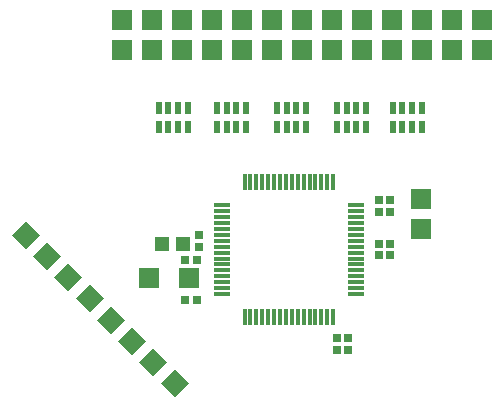
<source format=gts>
G04 EasyPC Gerber Version 20.0.2 Build 4112 *
G04 #@! TF.Part,Single*
G04 #@! TF.FileFunction,Soldermask,Top *
%FSLAX24Y24*%
%MOIN*%
G04 #@! TA.AperFunction,SMDPad*
%ADD115R,0.01781X0.05324*%
%ADD116R,0.05324X0.01781*%
%ADD119R,0.02200X0.04100*%
%ADD77R,0.03000X0.03000*%
%ADD76R,0.03000X0.03000*%
%ADD118R,0.04540X0.04930*%
G04 #@! TA.AperFunction,ComponentPad*
%ADD90R,0.06600X0.06600*%
G04 #@! TA.AperFunction,SMDPad*
%ADD117R,0.06900X0.06900*%
G04 #@! TA.AperFunction,ComponentPad*
%AMT120*0 Rectangle Pad at angle 45*21,1,0.06600,0.06600,0,0,45*%
%ADD120T120*%
X0Y0D02*
D02*
D76*
X8305Y3881D03*
Y5221D03*
X8695Y3881D03*
Y5221D03*
X13355Y2201D03*
Y2601D03*
X13745Y2201D03*
Y2601D03*
D02*
D77*
X8775Y5651D03*
Y6041D03*
X14755Y6811D03*
Y7201D03*
X14775Y5361D03*
Y5751D03*
X15125Y6821D03*
Y7211D03*
X15135Y5361D03*
Y5751D03*
D02*
D90*
X6215Y12211D03*
Y13211D03*
X7215Y12211D03*
Y13211D03*
X8215Y12211D03*
Y13211D03*
X9215Y12211D03*
Y13211D03*
X10215Y12211D03*
Y13211D03*
X11215Y12211D03*
Y13211D03*
X12215Y12211D03*
Y13211D03*
X13215Y12211D03*
Y13211D03*
X14215Y12211D03*
Y13211D03*
X15215Y12211D03*
Y13211D03*
X16155Y6231D03*
Y7231D03*
X16215Y12211D03*
Y13211D03*
X17215Y12211D03*
Y13211D03*
X18215Y12211D03*
Y13211D03*
D02*
D115*
X10285Y3307D03*
Y7795D03*
X10482Y3307D03*
Y7795D03*
X10679Y3307D03*
Y7795D03*
X10876Y3307D03*
Y7795D03*
X11072Y3307D03*
Y7795D03*
X11269Y3307D03*
Y7795D03*
X11466Y3307D03*
Y7795D03*
X11663Y3307D03*
Y7795D03*
X11860Y3307D03*
Y7795D03*
X12057Y3307D03*
Y7795D03*
X12253Y3307D03*
Y7795D03*
X12450Y3307D03*
Y7795D03*
X12647Y3307D03*
Y7795D03*
X12844Y3307D03*
Y7795D03*
X13041Y3307D03*
Y7795D03*
X13238Y3307D03*
Y7795D03*
D02*
D116*
X9517Y4074D03*
Y4271D03*
Y4468D03*
Y4665D03*
Y4862D03*
Y5059D03*
Y5256D03*
Y5452D03*
Y5649D03*
Y5846D03*
Y6043D03*
Y6240D03*
Y6437D03*
Y6634D03*
Y6830D03*
Y7027D03*
X14005Y4074D03*
Y4271D03*
Y4468D03*
Y4665D03*
Y4862D03*
Y5059D03*
Y5256D03*
Y5452D03*
Y5649D03*
Y5846D03*
Y6043D03*
Y6240D03*
Y6437D03*
Y6634D03*
Y6830D03*
Y7027D03*
D02*
D117*
X7085Y4591D03*
X8425D03*
D02*
D118*
X7535Y5741D03*
X8235D03*
D02*
D119*
X7425Y9626D03*
Y10276D03*
X7745Y9626D03*
Y10276D03*
X8065Y9626D03*
Y10276D03*
X8385Y9626D03*
Y10276D03*
X9375Y9626D03*
Y10276D03*
X9695Y9626D03*
Y10276D03*
X10015Y9626D03*
Y10276D03*
X10335Y9626D03*
Y10276D03*
X11365Y9626D03*
Y10276D03*
X11685Y9626D03*
Y10276D03*
X12005Y9626D03*
Y10276D03*
X12325Y9626D03*
Y10276D03*
X13375Y9626D03*
Y10276D03*
X13695Y9626D03*
Y10276D03*
X14015Y9626D03*
Y10276D03*
X14335Y9626D03*
Y10276D03*
X15225Y9626D03*
Y10276D03*
X15545Y9626D03*
Y10276D03*
X15865Y9626D03*
Y10276D03*
X16185Y9626D03*
Y10276D03*
D02*
D120*
X3000Y6046D03*
X3707Y5339D03*
X4414Y4632D03*
X5121Y3924D03*
X5829Y3217D03*
X6536Y2510D03*
X7243Y1803D03*
X7950Y1096D03*
X0Y0D02*
M02*

</source>
